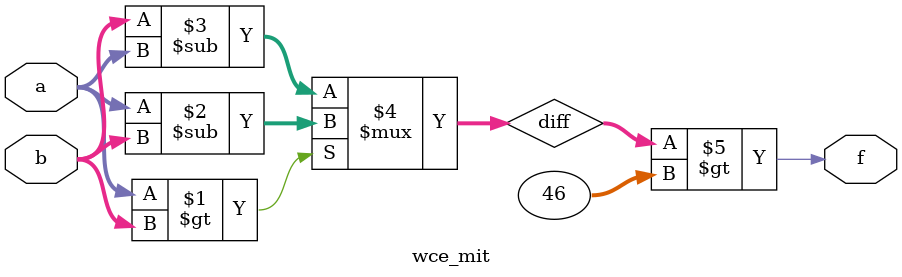
<source format=v>
module wce_mit(a, b, f);
parameter _bit = 8;
parameter wce = 46;
input [_bit - 1: 0] a;
input [_bit - 1: 0] b;
output f;
wire [_bit - 1: 0] diff;
assign diff = (a > b)? (a - b): (b - a);
assign f = (diff > wce);
endmodule

</source>
